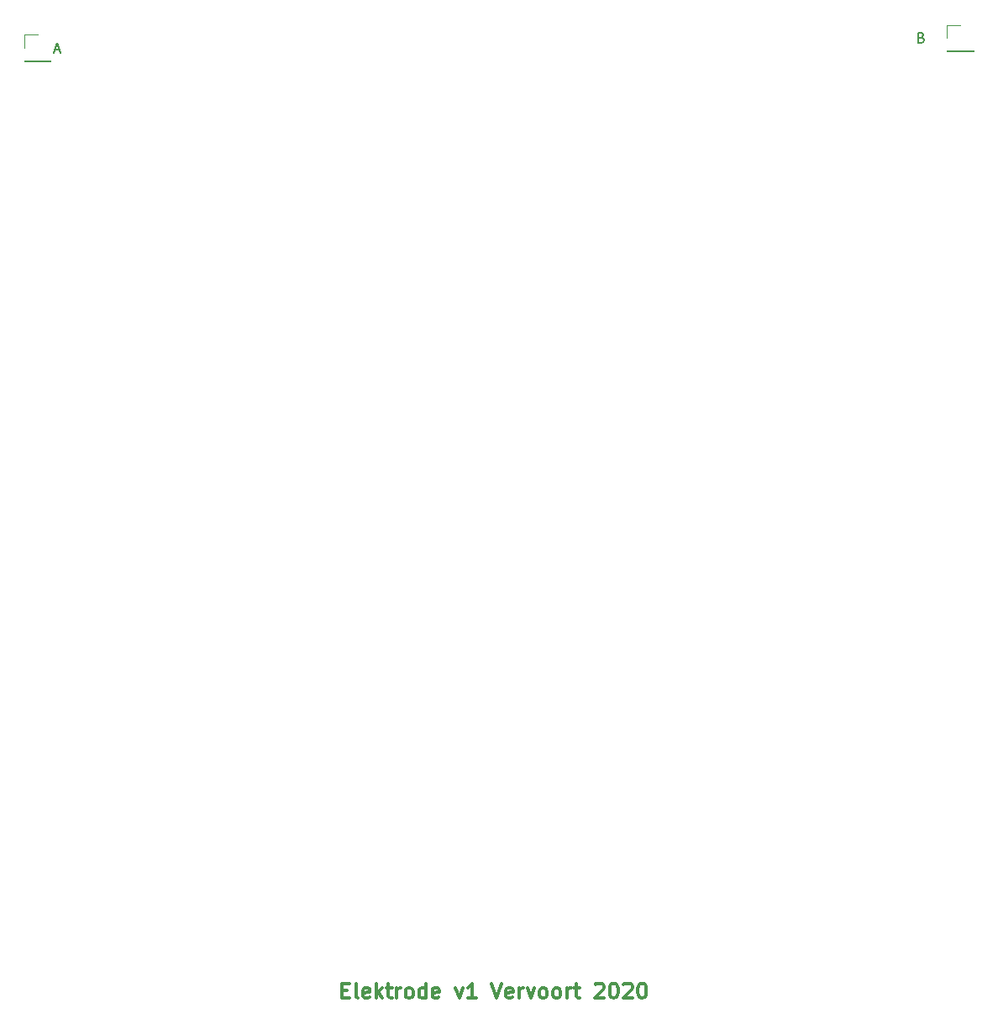
<source format=gbr>
G04 #@! TF.GenerationSoftware,KiCad,Pcbnew,(5.1.5)-3*
G04 #@! TF.CreationDate,2020-04-01T16:02:12+02:00*
G04 #@! TF.ProjectId,elektrode_v1,656c656b-7472-46f6-9465-5f76312e6b69,rev?*
G04 #@! TF.SameCoordinates,Original*
G04 #@! TF.FileFunction,Legend,Top*
G04 #@! TF.FilePolarity,Positive*
%FSLAX46Y46*%
G04 Gerber Fmt 4.6, Leading zero omitted, Abs format (unit mm)*
G04 Created by KiCad (PCBNEW (5.1.5)-3) date 2020-04-01 16:02:12*
%MOMM*%
%LPD*%
G04 APERTURE LIST*
%ADD10C,0.300000*%
%ADD11C,0.120000*%
%ADD12C,0.150000*%
G04 APERTURE END LIST*
D10*
X119714285Y-152892857D02*
X120214285Y-152892857D01*
X120428571Y-153678571D02*
X119714285Y-153678571D01*
X119714285Y-152178571D01*
X120428571Y-152178571D01*
X121285714Y-153678571D02*
X121142857Y-153607142D01*
X121071428Y-153464285D01*
X121071428Y-152178571D01*
X122428571Y-153607142D02*
X122285714Y-153678571D01*
X122000000Y-153678571D01*
X121857142Y-153607142D01*
X121785714Y-153464285D01*
X121785714Y-152892857D01*
X121857142Y-152750000D01*
X122000000Y-152678571D01*
X122285714Y-152678571D01*
X122428571Y-152750000D01*
X122500000Y-152892857D01*
X122500000Y-153035714D01*
X121785714Y-153178571D01*
X123142857Y-153678571D02*
X123142857Y-152178571D01*
X123285714Y-153107142D02*
X123714285Y-153678571D01*
X123714285Y-152678571D02*
X123142857Y-153250000D01*
X124142857Y-152678571D02*
X124714285Y-152678571D01*
X124357142Y-152178571D02*
X124357142Y-153464285D01*
X124428571Y-153607142D01*
X124571428Y-153678571D01*
X124714285Y-153678571D01*
X125214285Y-153678571D02*
X125214285Y-152678571D01*
X125214285Y-152964285D02*
X125285714Y-152821428D01*
X125357142Y-152750000D01*
X125500000Y-152678571D01*
X125642857Y-152678571D01*
X126357142Y-153678571D02*
X126214285Y-153607142D01*
X126142857Y-153535714D01*
X126071428Y-153392857D01*
X126071428Y-152964285D01*
X126142857Y-152821428D01*
X126214285Y-152750000D01*
X126357142Y-152678571D01*
X126571428Y-152678571D01*
X126714285Y-152750000D01*
X126785714Y-152821428D01*
X126857142Y-152964285D01*
X126857142Y-153392857D01*
X126785714Y-153535714D01*
X126714285Y-153607142D01*
X126571428Y-153678571D01*
X126357142Y-153678571D01*
X128142857Y-153678571D02*
X128142857Y-152178571D01*
X128142857Y-153607142D02*
X128000000Y-153678571D01*
X127714285Y-153678571D01*
X127571428Y-153607142D01*
X127500000Y-153535714D01*
X127428571Y-153392857D01*
X127428571Y-152964285D01*
X127500000Y-152821428D01*
X127571428Y-152750000D01*
X127714285Y-152678571D01*
X128000000Y-152678571D01*
X128142857Y-152750000D01*
X129428571Y-153607142D02*
X129285714Y-153678571D01*
X129000000Y-153678571D01*
X128857142Y-153607142D01*
X128785714Y-153464285D01*
X128785714Y-152892857D01*
X128857142Y-152750000D01*
X129000000Y-152678571D01*
X129285714Y-152678571D01*
X129428571Y-152750000D01*
X129500000Y-152892857D01*
X129500000Y-153035714D01*
X128785714Y-153178571D01*
X131142857Y-152678571D02*
X131500000Y-153678571D01*
X131857142Y-152678571D01*
X133214285Y-153678571D02*
X132357142Y-153678571D01*
X132785714Y-153678571D02*
X132785714Y-152178571D01*
X132642857Y-152392857D01*
X132500000Y-152535714D01*
X132357142Y-152607142D01*
X134785714Y-152178571D02*
X135285714Y-153678571D01*
X135785714Y-152178571D01*
X136857142Y-153607142D02*
X136714285Y-153678571D01*
X136428571Y-153678571D01*
X136285714Y-153607142D01*
X136214285Y-153464285D01*
X136214285Y-152892857D01*
X136285714Y-152750000D01*
X136428571Y-152678571D01*
X136714285Y-152678571D01*
X136857142Y-152750000D01*
X136928571Y-152892857D01*
X136928571Y-153035714D01*
X136214285Y-153178571D01*
X137571428Y-153678571D02*
X137571428Y-152678571D01*
X137571428Y-152964285D02*
X137642857Y-152821428D01*
X137714285Y-152750000D01*
X137857142Y-152678571D01*
X138000000Y-152678571D01*
X138357142Y-152678571D02*
X138714285Y-153678571D01*
X139071428Y-152678571D01*
X139857142Y-153678571D02*
X139714285Y-153607142D01*
X139642857Y-153535714D01*
X139571428Y-153392857D01*
X139571428Y-152964285D01*
X139642857Y-152821428D01*
X139714285Y-152750000D01*
X139857142Y-152678571D01*
X140071428Y-152678571D01*
X140214285Y-152750000D01*
X140285714Y-152821428D01*
X140357142Y-152964285D01*
X140357142Y-153392857D01*
X140285714Y-153535714D01*
X140214285Y-153607142D01*
X140071428Y-153678571D01*
X139857142Y-153678571D01*
X141214285Y-153678571D02*
X141071428Y-153607142D01*
X141000000Y-153535714D01*
X140928571Y-153392857D01*
X140928571Y-152964285D01*
X141000000Y-152821428D01*
X141071428Y-152750000D01*
X141214285Y-152678571D01*
X141428571Y-152678571D01*
X141571428Y-152750000D01*
X141642857Y-152821428D01*
X141714285Y-152964285D01*
X141714285Y-153392857D01*
X141642857Y-153535714D01*
X141571428Y-153607142D01*
X141428571Y-153678571D01*
X141214285Y-153678571D01*
X142357142Y-153678571D02*
X142357142Y-152678571D01*
X142357142Y-152964285D02*
X142428571Y-152821428D01*
X142500000Y-152750000D01*
X142642857Y-152678571D01*
X142785714Y-152678571D01*
X143071428Y-152678571D02*
X143642857Y-152678571D01*
X143285714Y-152178571D02*
X143285714Y-153464285D01*
X143357142Y-153607142D01*
X143500000Y-153678571D01*
X143642857Y-153678571D01*
X145214285Y-152321428D02*
X145285714Y-152250000D01*
X145428571Y-152178571D01*
X145785714Y-152178571D01*
X145928571Y-152250000D01*
X146000000Y-152321428D01*
X146071428Y-152464285D01*
X146071428Y-152607142D01*
X146000000Y-152821428D01*
X145142857Y-153678571D01*
X146071428Y-153678571D01*
X147000000Y-152178571D02*
X147142857Y-152178571D01*
X147285714Y-152250000D01*
X147357142Y-152321428D01*
X147428571Y-152464285D01*
X147500000Y-152750000D01*
X147500000Y-153107142D01*
X147428571Y-153392857D01*
X147357142Y-153535714D01*
X147285714Y-153607142D01*
X147142857Y-153678571D01*
X147000000Y-153678571D01*
X146857142Y-153607142D01*
X146785714Y-153535714D01*
X146714285Y-153392857D01*
X146642857Y-153107142D01*
X146642857Y-152750000D01*
X146714285Y-152464285D01*
X146785714Y-152321428D01*
X146857142Y-152250000D01*
X147000000Y-152178571D01*
X148071428Y-152321428D02*
X148142857Y-152250000D01*
X148285714Y-152178571D01*
X148642857Y-152178571D01*
X148785714Y-152250000D01*
X148857142Y-152321428D01*
X148928571Y-152464285D01*
X148928571Y-152607142D01*
X148857142Y-152821428D01*
X148000000Y-153678571D01*
X148928571Y-153678571D01*
X149857142Y-152178571D02*
X150000000Y-152178571D01*
X150142857Y-152250000D01*
X150214285Y-152321428D01*
X150285714Y-152464285D01*
X150357142Y-152750000D01*
X150357142Y-153107142D01*
X150285714Y-153392857D01*
X150214285Y-153535714D01*
X150142857Y-153607142D01*
X150000000Y-153678571D01*
X149857142Y-153678571D01*
X149714285Y-153607142D01*
X149642857Y-153535714D01*
X149571428Y-153392857D01*
X149500000Y-153107142D01*
X149500000Y-152750000D01*
X149571428Y-152464285D01*
X149642857Y-152321428D01*
X149714285Y-152250000D01*
X149857142Y-152178571D01*
D11*
X180670000Y-55670000D02*
X182000000Y-55670000D01*
X180670000Y-57000000D02*
X180670000Y-55670000D01*
X180670000Y-58270000D02*
X183330000Y-58270000D01*
X183330000Y-58270000D02*
X183330000Y-58330000D01*
X180670000Y-58270000D02*
X180670000Y-58330000D01*
X180670000Y-58330000D02*
X183330000Y-58330000D01*
X87670000Y-56670000D02*
X89000000Y-56670000D01*
X87670000Y-58000000D02*
X87670000Y-56670000D01*
X87670000Y-59270000D02*
X90330000Y-59270000D01*
X90330000Y-59270000D02*
X90330000Y-59330000D01*
X87670000Y-59270000D02*
X87670000Y-59330000D01*
X87670000Y-59330000D02*
X90330000Y-59330000D01*
D12*
X178071428Y-56928571D02*
X178214285Y-56976190D01*
X178261904Y-57023809D01*
X178309523Y-57119047D01*
X178309523Y-57261904D01*
X178261904Y-57357142D01*
X178214285Y-57404761D01*
X178119047Y-57452380D01*
X177738095Y-57452380D01*
X177738095Y-56452380D01*
X178071428Y-56452380D01*
X178166666Y-56500000D01*
X178214285Y-56547619D01*
X178261904Y-56642857D01*
X178261904Y-56738095D01*
X178214285Y-56833333D01*
X178166666Y-56880952D01*
X178071428Y-56928571D01*
X177738095Y-56928571D01*
X90761904Y-58166666D02*
X91238095Y-58166666D01*
X90666666Y-58452380D02*
X91000000Y-57452380D01*
X91333333Y-58452380D01*
M02*

</source>
